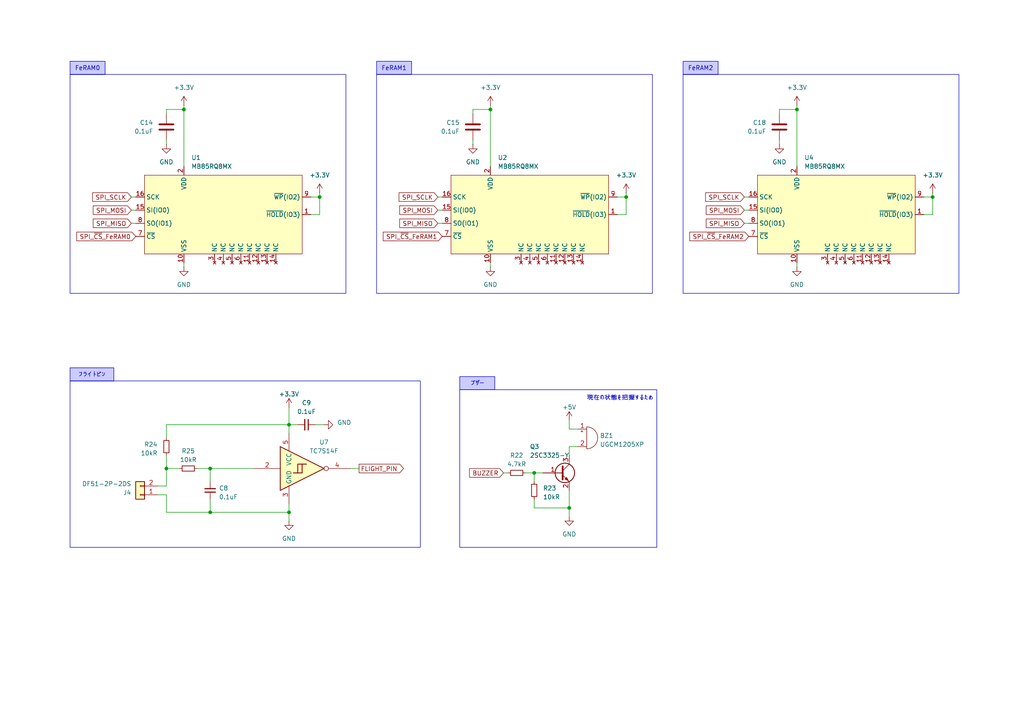
<source format=kicad_sch>
(kicad_sch (version 20250114) (generator "eeschema") (generator_version "9.0")
  (paper "A4")
  (lib_symbols
    (symbol "+3.3V_1" (power) (pin_numbers (hide yes)) (pin_names (offset 0) (hide yes))
      (property "Value" "+3.3V" (at 0 3.556 0))
      (symbol "+3.3V_1_0_1"
        (polyline (pts (xy -0.762 1.27) (xy 0 2.54)))
        (polyline (pts (xy 0 2.54) (xy 0.762 1.27)))
        (polyline (pts (xy 0 0) (xy 0 2.54)))
      )
      (symbol "+3.3V_1_1_1"
        (pin power_in line (at 0 0 90) (length 0) (name "~") (number "1"))
      )
    )
    (symbol "74xGxx:74AHC1G14"
      (property "Reference" "U" (at -2.54 3.81 0))
      (property "Value" "74AHC1G14" (at 0 -3.81 0))
      (symbol "74AHC1G14_0_1"
        (polyline (pts (xy -7.62 6.35) (xy -7.62 -6.35) (xy 5.08 0) (xy -7.62 6.35)) (stroke (width 0.254)) (fill (type background)))
        (polyline (pts (xy -3.81 -1.27) (xy -2.54 -1.27) (xy -2.54 1.27) (xy 0 1.27)) (stroke (width 0.254)) (fill (type background)))
        (polyline (pts (xy -2.54 -1.27) (xy -1.27 -1.27) (xy -1.27 1.27)) (stroke (width 0.254)) (fill (type background)))
      )
      (symbol "74AHC1G14_1_1"
        (pin input line (at -15.24 0 0) (length 7.62) (name "~") (number "2"))
        (pin power_in line (at -5.08 10.16 270) (length 5.08) (name "VCC") (number "5"))
        (pin power_in line (at -5.08 -10.16 90) (length 5.08) (name "GND") (number "3"))
        (pin output inverted (at 12.7 0 180) (length 7.62) (name "~") (number "4"))
      )
    )
    (symbol "Connector_Generic:Conn_01x02" (pin_names (offset 1.016) (hide yes))
      (property "Reference" "J" (at 0 2.54 0))
      (property "Value" "Conn_01x02" (at 0 -5.08 0))
      (symbol "Conn_01x02_1_1"
        (rectangle (start -1.27 1.27) (end 1.27 -3.81) (stroke (width 0.254)) (fill (type background)))
        (rectangle (start -1.27 0.127) (end 0 -0.127) (stroke (width 0.1524)))
        (rectangle (start -1.27 -2.413) (end 0 -2.667) (stroke (width 0.1524)))
        (pin passive line (at -5.08 0 0) (length 3.81) (name "Pin_1") (number "1"))
        (pin passive line (at -5.08 -2.54 0) (length 3.81) (name "Pin_2") (number "2"))
      )
    )
    (symbol "Device:Buzzer" (pin_names (offset 0.0254) (hide yes))
      (property "Reference" "BZ" (at 3.81 1.27 0))
      (property "Value" "Buzzer" (at 3.81 -1.27 0))
      (symbol "Buzzer_0_1"
        (polyline (pts (xy -1.651 1.905) (xy -1.143 1.905)))
        (polyline (pts (xy -1.397 2.159) (xy -1.397 1.651)))
        (arc (start 0 3.175) (mid 3.1612 0) (end 0 -3.175))
        (polyline (pts (xy 0 3.175) (xy 0 -3.175)))
      )
      (symbol "Buzzer_1_1"
        (pin passive line (at -2.54 2.54 0) (length 2.54) (name "-") (number "1"))
        (pin passive line (at -2.54 -2.54 0) (length 2.54) (name "+") (number "2"))
      )
    )
    (symbol "Device:C" (pin_numbers (hide yes)) (pin_names (offset 0.254))
      (property "Reference" "C" (at 0.635 2.54 0))
      (property "Value" "C" (at 0.635 -2.54 0))
      (symbol "C_0_1"
        (polyline (pts (xy -2.032 0.762) (xy 2.032 0.762)) (stroke (width 0.508)))
        (polyline (pts (xy -2.032 -0.762) (xy 2.032 -0.762)) (stroke (width 0.508)))
      )
      (symbol "C_1_1"
        (pin passive line (at 0 3.81 270) (length 2.794) (name "~") (number "1"))
        (pin passive line (at 0 -3.81 90) (length 2.794) (name "~") (number "2"))
      )
    )
    (symbol "Device:C_Small" (pin_numbers (hide yes)) (pin_names (offset 0.254) (hide yes))
      (property "Reference" "C" (at 0.254 1.778 0))
      (property "Value" "C_Small" (at 0.254 -2.032 0))
      (symbol "C_Small_0_1"
        (polyline (pts (xy -1.524 0.508) (xy 1.524 0.508)) (stroke (width 0.3048)))
        (polyline (pts (xy -1.524 -0.508) (xy 1.524 -0.508)) (stroke (width 0.3302)))
      )
      (symbol "C_Small_1_1"
        (pin passive line (at 0 2.54 270) (length 2.032) (name "~") (number "1"))
        (pin passive line (at 0 -2.54 90) (length 2.032) (name "~") (number "2"))
      )
    )
    (symbol "Device:Q_NPN_BEC" (pin_names (offset 0) (hide yes))
      (property "Reference" "Q" (at 5.08 1.27 0))
      (property "Value" "Q_NPN_BEC" (at 5.08 -1.27 0))
      (symbol "Q_NPN_BEC_0_1"
        (polyline (pts (xy 0.635 1.905) (xy 0.635 -1.905) (xy 0.635 -1.905)) (stroke (width 0.508)))
        (polyline (pts (xy 0.635 0.635) (xy 2.54 2.54)))
        (polyline (pts (xy 0.635 -0.635) (xy 2.54 -2.54) (xy 2.54 -2.54)))
        (circle (center 1.27 0) (radius 2.8194) (stroke (width 0.254)))
        (polyline (pts (xy 1.27 -1.778) (xy 1.778 -1.27) (xy 2.286 -2.286) (xy 1.27 -1.778) (xy 1.27 -1.778)) (fill (type outline)))
      )
      (symbol "Q_NPN_BEC_1_1"
        (pin input line (at -5.08 0 0) (length 5.715) (name "B") (number "1"))
        (pin passive line (at 2.54 5.08 270) (length 2.54) (name "C") (number "3"))
        (pin passive line (at 2.54 -5.08 90) (length 2.54) (name "E") (number "2"))
      )
    )
    (symbol "Device:R_Small" (pin_numbers (hide yes)) (pin_names (offset 0.254) (hide yes))
      (property "Reference" "R" (at 0.762 0.508 0))
      (property "Value" "R_Small" (at 0.762 -1.016 0))
      (symbol "R_Small_0_1"
        (rectangle (start -0.762 1.778) (end 0.762 -1.778) (stroke (width 0.2032)))
      )
      (symbol "R_Small_1_1"
        (pin passive line (at 0 2.54 270) (length 0.762) (name "~") (number "1"))
        (pin passive line (at 0 -2.54 90) (length 0.762) (name "~") (number "2"))
      )
    )
    (symbol "GND_1" (power) (pin_numbers (hide yes)) (pin_names (offset 0) (hide yes))
      (property "Value" "GND" (at 0 -3.81 0))
      (symbol "GND_1_0_1"
        (polyline (pts (xy 0 0) (xy 0 -1.27) (xy 1.27 -1.27) (xy 0 -2.54) (xy -1.27 -1.27) (xy 0 -1.27)))
      )
      (symbol "GND_1_1_1"
        (pin power_in line (at 0 0 270) (length 0) (name "~") (number "1"))
      )
    )
    (symbol "TSRP_IC:MB85RQ8MX"
      (property "Reference" "U4" (at 33.782 4.064 0))
      (property "Value" "MB85RQ8MX" (at 33.782 1.524 0))
      (symbol "MB85RQ8MX_1_1"
        (rectangle (start 0 0) (end 45.72 -22.86) (fill (type background)))
        (pin input line (at -2.54 -6.35 0) (length 2.54) (name "SCK") (number "16"))
        (pin input line (at -2.54 -10.16 0) (length 2.54) (name "SI(IO0)") (number "15"))
        (pin output line (at -2.54 -13.97 0) (length 2.54) (name "SO(IO1)") (number "8"))
        (pin input line (at -2.54 -17.78 0) (length 2.54) (name "~{CS}") (number "7"))
        (pin power_in line (at 11.43 2.54 270) (length 2.54) (name "VDD") (number "2"))
        (pin power_in line (at 11.43 -25.4 90) (length 2.54) (name "VSS") (number "10"))
        (pin no_connect line (at 20.32 -25.4 90) (length 2.54) (name "NC") (number "3"))
        (pin no_connect line (at 22.86 -25.4 90) (length 2.54) (name "NC") (number "4"))
        (pin no_connect line (at 25.4 -25.4 90) (length 2.54) (name "NC") (number "5"))
        (pin no_connect line (at 27.94 -25.4 90) (length 2.54) (name "NC") (number "6"))
        (pin no_connect line (at 30.48 -25.4 90) (length 2.54) (name "NC") (number "11"))
        (pin no_connect line (at 33.02 -25.4 90) (length 2.54) (name "NC") (number "12"))
        (pin no_connect line (at 35.56 -25.4 90) (length 2.54) (name "NC") (number "13"))
        (pin no_connect line (at 38.1 -25.4 90) (length 2.54) (name "NC") (number "14"))
        (pin input line (at 48.26 -6.35 180) (length 2.54) (name "~{WP}(IO2)") (number "9"))
        (pin input line (at 48.26 -11.43 180) (length 2.54) (name "~{HOLD}(IO3)") (number "1"))
      )
    )
    (symbol "power:+3.3V" (power) (pin_names (offset 0))
      (property "Value" "+3.3V" (at 0 3.556 0))
      (symbol "+3.3V_0_1"
        (polyline (pts (xy -0.762 1.27) (xy 0 2.54)))
        (polyline (pts (xy 0 2.54) (xy 0.762 1.27)))
        (polyline (pts (xy 0 0) (xy 0 2.54)))
      )
      (symbol "+3.3V_1_1"
        (pin power_in line (at 0 0 90) (length 0) (hide yes) (name "+3.3V") (number "1"))
      )
    )
    (symbol "power:+5V" (power) (pin_names (offset 0))
      (property "Value" "+5V" (at 0 3.556 0))
      (symbol "+5V_0_1"
        (polyline (pts (xy -0.762 1.27) (xy 0 2.54)))
        (polyline (pts (xy 0 2.54) (xy 0.762 1.27)))
        (polyline (pts (xy 0 0) (xy 0 2.54)))
      )
      (symbol "+5V_1_1"
        (pin power_in line (at 0 0 90) (length 0) (hide yes) (name "+5V") (number "1"))
      )
    )
    (symbol "power:GND" (power) (pin_names (offset 0))
      (property "Value" "GND" (at 0 -3.81 0))
      (symbol "GND_0_1"
        (polyline (pts (xy 0 0) (xy 0 -1.27) (xy 1.27 -1.27) (xy 0 -2.54) (xy -1.27 -1.27) (xy 0 -1.27)))
      )
      (symbol "GND_1_1"
        (pin power_in line (at 0 0 270) (length 0) (hide yes) (name "GND") (number "1"))
      )
    )
  )
  (rectangle (start 198.12 21.59) (end 278.13 85.09))
  (rectangle (start 109.22 21.59) (end 189.23 85.09))
  (rectangle (start 133.35 113.03) (end 190.5 158.75))
  (rectangle (start 20.32 21.59) (end 100.33 85.09))
  (rectangle (start 20.32 110.49) (end 121.92 158.75))
  (text "現在の状態を把握するため" (at 179.832 115.57 0) (effects (font (size 1.27 1.27))))
  (text_box "FeRAM2" (at 198.12 17.78 0) (size 10.16 3.81) (margins 0.9525 0.9525 0.9525 0.9525) (fill (type color) (color 0 0 255 0.2)) (effects (font (size 1.27 1.27))))
  (text_box "FeRAM0" (at 20.32 17.78 0) (size 10.16 3.81) (margins 0.9525 0.9525 0.9525 0.9525) (fill (type color) (color 0 0 255 0.2)) (effects (font (size 1.27 1.27))))
  (text_box "FeRAM1" (at 109.22 17.78 0) (size 10.16 3.81) (margins 0.9525 0.9525 0.9525 0.9525) (fill (type color) (color 0 0 255 0.2)) (effects (font (size 1.27 1.27))))
  (text_box "ブザー" (at 133.35 109.22 0) (size 10.16 3.81) (margins 0.9525 0.9525 0.9525 0.9525) (fill (type color) (color 0 0 255 0.2)) (effects (font (size 1.27 1.27))))
  (text_box "フライトピン" (at 20.32 106.68 0) (size 12.7 3.81) (margins 0.9525 0.9525 0.9525 0.9525) (fill (type color) (color 0 0 255 0.2)) (effects (font (size 1.27 1.27))))
  (junction (at 165.1 147.32))
  (junction (at 92.71 57.15))
  (junction (at 181.61 57.15))
  (junction (at 142.24 31.75))
  (junction (at 60.96 135.89))
  (junction (at 83.82 148.59))
  (junction (at 83.82 123.19))
  (junction (at 270.51 57.15))
  (junction (at 60.96 148.59))
  (junction (at 231.14 31.75))
  (junction (at 154.94 137.16))
  (junction (at 48.26 135.89))
  (junction (at 53.34 31.75))
  (wire (pts (xy 48.26 40.64) (xy 48.26 41.91)))
  (wire (pts (xy 137.16 33.02) (xy 137.16 31.75)))
  (wire (pts (xy 152.4 137.16) (xy 154.94 137.16)))
  (wire (pts (xy 267.97 62.23) (xy 270.51 62.23)))
  (wire (pts (xy 270.51 62.23) (xy 270.51 57.15)))
  (wire (pts (xy 215.9 64.77) (xy 217.17 64.77)))
  (wire (pts (xy 86.36 123.19) (xy 83.82 123.19)))
  (wire (pts (xy 231.14 30.48) (xy 231.14 31.75)))
  (wire (pts (xy 142.24 31.75) (xy 142.24 48.26)))
  (wire (pts (xy 83.82 148.59) (xy 83.82 151.13)))
  (wire (pts (xy 165.1 129.54) (xy 165.1 132.08)))
  (wire (pts (xy 57.15 135.89) (xy 60.96 135.89)))
  (wire (pts (xy 179.07 57.15) (xy 181.61 57.15)))
  (wire (pts (xy 215.9 60.96) (xy 217.17 60.96)))
  (wire (pts (xy 38.1 60.96) (xy 39.37 60.96)))
  (wire (pts (xy 167.64 129.54) (xy 165.1 129.54)))
  (wire (pts (xy 92.71 62.23) (xy 92.71 57.15)))
  (wire (pts (xy 48.26 31.75) (xy 53.34 31.75)))
  (wire (pts (xy 142.24 30.48) (xy 142.24 31.75)))
  (wire (pts (xy 48.26 33.02) (xy 48.26 31.75)))
  (wire (pts (xy 270.51 57.15) (xy 270.51 55.88)))
  (wire (pts (xy 146.05 137.16) (xy 147.32 137.16)))
  (wire (pts (xy 83.82 146.05) (xy 83.82 148.59)))
  (wire (pts (xy 137.16 31.75) (xy 142.24 31.75)))
  (wire (pts (xy 231.14 31.75) (xy 231.14 48.26)))
  (wire (pts (xy 45.72 140.97) (xy 48.26 140.97)))
  (wire (pts (xy 165.1 149.86) (xy 165.1 147.32)))
  (wire (pts (xy 137.16 40.64) (xy 137.16 41.91)))
  (wire (pts (xy 48.26 135.89) (xy 48.26 140.97)))
  (wire (pts (xy 226.06 40.64) (xy 226.06 41.91)))
  (wire (pts (xy 157.48 137.16) (xy 154.94 137.16)))
  (wire (pts (xy 142.24 76.2) (xy 142.24 77.47)))
  (wire (pts (xy 48.26 132.08) (xy 48.26 135.89)))
  (wire (pts (xy 165.1 124.46) (xy 167.64 124.46)))
  (wire (pts (xy 226.06 31.75) (xy 231.14 31.75)))
  (wire (pts (xy 93.98 123.19) (xy 91.44 123.19)))
  (wire (pts (xy 53.34 31.75) (xy 53.34 48.26)))
  (wire (pts (xy 48.26 143.51) (xy 45.72 143.51)))
  (wire (pts (xy 127 60.96) (xy 128.27 60.96)))
  (wire (pts (xy 92.71 57.15) (xy 92.71 55.88)))
  (wire (pts (xy 165.1 147.32) (xy 154.94 147.32)))
  (wire (pts (xy 53.34 30.48) (xy 53.34 31.75)))
  (wire (pts (xy 127 57.15) (xy 128.27 57.15)))
  (wire (pts (xy 165.1 142.24) (xy 165.1 147.32)))
  (wire (pts (xy 215.9 57.15) (xy 217.17 57.15)))
  (wire (pts (xy 154.94 147.32) (xy 154.94 144.78)))
  (wire (pts (xy 48.26 123.19) (xy 83.82 123.19)))
  (wire (pts (xy 60.96 144.78) (xy 60.96 148.59)))
  (wire (pts (xy 38.1 64.77) (xy 39.37 64.77)))
  (wire (pts (xy 101.6 135.89) (xy 104.14 135.89)))
  (wire (pts (xy 48.26 148.59) (xy 60.96 148.59)))
  (wire (pts (xy 226.06 33.02) (xy 226.06 31.75)))
  (wire (pts (xy 48.26 135.89) (xy 52.07 135.89)))
  (wire (pts (xy 83.82 118.11) (xy 83.82 123.19)))
  (wire (pts (xy 127 64.77) (xy 128.27 64.77)))
  (wire (pts (xy 48.26 123.19) (xy 48.26 127)))
  (wire (pts (xy 90.17 57.15) (xy 92.71 57.15)))
  (wire (pts (xy 83.82 123.19) (xy 83.82 125.73)))
  (wire (pts (xy 60.96 148.59) (xy 83.82 148.59)))
  (wire (pts (xy 90.17 62.23) (xy 92.71 62.23)))
  (wire (pts (xy 267.97 57.15) (xy 270.51 57.15)))
  (wire (pts (xy 60.96 135.89) (xy 73.66 135.89)))
  (wire (pts (xy 179.07 62.23) (xy 181.61 62.23)))
  (wire (pts (xy 48.26 143.51) (xy 48.26 148.59)))
  (wire (pts (xy 231.14 76.2) (xy 231.14 77.47)))
  (wire (pts (xy 165.1 121.92) (xy 165.1 124.46)))
  (wire (pts (xy 154.94 137.16) (xy 154.94 139.7)))
  (wire (pts (xy 38.1 57.15) (xy 39.37 57.15)))
  (wire (pts (xy 60.96 135.89) (xy 60.96 139.7)))
  (wire (pts (xy 53.34 76.2) (xy 53.34 77.47)))
  (wire (pts (xy 181.61 57.15) (xy 181.61 55.88)))
  (wire (pts (xy 181.61 62.23) (xy 181.61 57.15)))
  (global_label "BUZZER" (shape input) (at 146.05 137.16 180) (property "Intersheetrefs" "${INTERSHEET_REFS}" (effects (hide yes))))
  (global_label "SPI_MOSI" (shape input) (at 127 60.96 180) (property "Intersheetrefs" "${INTERSHEET_REFS}" (effects (hide yes))))
  (global_label "SPI_MOSI" (shape input) (at 38.1 60.96 180) (property "Intersheetrefs" "${INTERSHEET_REFS}" (effects (hide yes))))
  (global_label "SPI_SCLK" (shape input) (at 215.9 57.15 180) (property "Intersheetrefs" "${INTERSHEET_REFS}" (effects (hide yes))))
  (global_label "SPI_SCLK" (shape input) (at 127 57.15 180) (property "Intersheetrefs" "${INTERSHEET_REFS}" (effects (hide yes))))
  (global_label "SPI_MISO" (shape input) (at 127 64.77 180) (property "Intersheetrefs" "${INTERSHEET_REFS}" (effects (hide yes))))
  (global_label "SPI_MISO" (shape input) (at 38.1 64.77 180) (property "Intersheetrefs" "${INTERSHEET_REFS}" (effects (hide yes))))
  (global_label "SPI_MOSI" (shape input) (at 215.9 60.96 180) (property "Intersheetrefs" "${INTERSHEET_REFS}" (effects (hide yes))))
  (global_label "SPI_~{CS}_FeRAM0" (shape input) (at 39.37 68.58 180) (property "Intersheetrefs" "${INTERSHEET_REFS}" (effects (hide yes))))
  (global_label "SPI_SCLK" (shape input) (at 38.1 57.15 180) (property "Intersheetrefs" "${INTERSHEET_REFS}" (effects (hide yes))))
  (global_label "SPI_~{CS}_FeRAM2" (shape input) (at 217.17 68.58 180) (property "Intersheetrefs" "${INTERSHEET_REFS}" (effects (hide yes))))
  (global_label "SPI_~{CS}_FeRAM1" (shape input) (at 128.27 68.58 180) (property "Intersheetrefs" "${INTERSHEET_REFS}" (effects (hide yes))))
  (global_label "SPI_MISO" (shape input) (at 215.9 64.77 180) (property "Intersheetrefs" "${INTERSHEET_REFS}" (effects (hide yes))))
  (global_label "FLIGHT_PIN" (shape output) (at 104.14 135.89 0) (property "Intersheetrefs" "${INTERSHEET_REFS}" (effects (hide yes))))
  (symbol (lib_name "GND_1") (lib_id "power:GND") (at 142.24 77.47 0) (unit 1)
    (property "Reference" "#PWR046" (effects (hide yes)))
    (property "Value" "GND" (at 142.24 82.55 0))
    (property "Description" "Power symbol creates a global label with name \"GND\" , ground" (effects (hide yes)))
  )
  (symbol (lib_name "+3.3V_1") (lib_id "power:+3.3V") (at 270.51 55.88 0) (unit 1)
    (property "Reference" "#PWR063" (effects (hide yes)))
    (property "Value" "+3.3V" (at 270.51 50.8 0))
    (property "Description" "Power symbol creates a global label with name \"+3.3V\"" (effects (hide yes)))
  )
  (symbol (lib_name "GND_1") (lib_id "power:GND") (at 231.14 77.47 0) (unit 1)
    (property "Reference" "#PWR062" (effects (hide yes)))
    (property "Value" "GND" (at 231.14 82.55 0))
    (property "Description" "Power symbol creates a global label with name \"GND\" , ground" (effects (hide yes)))
  )
  (symbol (lib_name "+3.3V_1") (lib_id "power:+3.3V") (at 142.24 30.48 0) (unit 1)
    (property "Reference" "#PWR045" (effects (hide yes)))
    (property "Value" "+3.3V" (at 142.24 25.4 0))
    (property "Description" "Power symbol creates a global label with name \"+3.3V\"" (effects (hide yes)))
  )
  (symbol (lib_name "+3.3V_1") (lib_id "power:+3.3V") (at 92.71 55.88 0) (unit 1)
    (property "Reference" "#PWR038" (effects (hide yes)))
    (property "Value" "+3.3V" (at 92.71 50.8 0))
    (property "Description" "Power symbol creates a global label with name \"+3.3V\"" (effects (hide yes)))
  )
  (symbol (lib_id "power:GND") (at 165.1 149.86 0) (mirror y) (unit 1)
    (property "Reference" "#PWR040" (effects (hide yes)))
    (property "Value" "GND" (at 165.1 154.94 0))
  )
  (symbol (lib_name "GND_1") (lib_id "power:GND") (at 48.26 41.91 0) (unit 1)
    (property "Reference" "#PWR036" (effects (hide yes)))
    (property "Value" "GND" (at 48.26 46.99 0))
    (property "Description" "Power symbol creates a global label with name \"GND\" , ground" (effects (hide yes)))
  )
  (symbol (lib_id "Device:R_Small") (at 154.94 142.24 180) (unit 1)
    (property "Reference" "R23" (at 157.48 141.605 0) (effects (justify right)))
    (property "Value" "10kR" (at 157.48 144.145 0) (effects (justify right)))
    (property "Footprint" "Resistor_SMD:R_0603_1608Metric_Pad0.98x0.95mm_HandSolder" (effects (hide yes)))
    (property "Datasheet" "https://www.chip1stop.com/view/dispDetail/DispDetail?partId=ROHM-0021098" (effects (hide yes)))
  )
  (symbol (lib_name "+3.3V_1") (lib_id "power:+3.3V") (at 231.14 30.48 0) (unit 1)
    (property "Reference" "#PWR061" (effects (hide yes)))
    (property "Value" "+3.3V" (at 231.14 25.4 0))
    (property "Description" "Power symbol creates a global label with name \"+3.3V\"" (effects (hide yes)))
  )
  (symbol (lib_id "Device:Buzzer") (at 170.18 127 0) (unit 1)
    (property "Reference" "BZ1" (at 173.99 126.365 0) (effects (justify left)))
    (property "Value" "UGCM1205XP" (at 173.99 128.905 0) (effects (justify left)))
    (property "Footprint" "Buzzer_Beeper:Buzzer_12x9.5RM7.6" (effects (hide yes)))
    (property "Datasheet" "https://akizukidenshi.com/catalog/g/gP-09800/" (effects (hide yes)))
  )
  (symbol (lib_id "Device:R_Small") (at 149.86 137.16 90) (unit 1)
    (property "Reference" "R22" (at 149.86 132.08 90))
    (property "Value" "4.7kR" (at 149.86 134.62 90))
    (property "Footprint" "Resistor_SMD:R_0603_1608Metric_Pad0.98x0.95mm_HandSolder" (effects (hide yes)))
    (property "Datasheet" "https://www.chip1stop.com/view/dispDetail/DispDetail?partId=ROHM-0040161" (effects (hide yes)))
  )
  (symbol (lib_id "Device:C_Small") (at 60.96 142.24 180) (unit 1)
    (property "Reference" "C8" (at 63.5 141.5986 0) (effects (justify right)))
    (property "Value" "0.1uF" (at 63.5 144.1386 0) (effects (justify right)))
    (property "Footprint" "Capacitor_SMD:C_0603_1608Metric_Pad1.08x0.95mm_HandSolder" (effects (hide yes)))
    (property "Datasheet" "https://akizukidenshi.com/catalog/g/gP-16143/" (effects (hide yes)))
  )
  (symbol (lib_id "Device:C_Small") (at 88.9 123.19 270) (unit 1)
    (property "Reference" "C9" (at 88.9 116.84 90))
    (property "Value" "0.1uF" (at 88.9 119.38 90))
    (property "Footprint" "Capacitor_SMD:C_0603_1608Metric_Pad1.08x0.95mm_HandSolder" (effects (hide yes)))
    (property "Datasheet" "https://akizukidenshi.com/catalog/g/gP-16143/" (effects (hide yes)))
  )
  (symbol (lib_id "power:GND") (at 83.82 151.13 0) (unit 1)
    (property "Reference" "#PWR042" (effects (hide yes)))
    (property "Value" "GND" (at 83.82 156.21 0))
  )
  (symbol (lib_id "Connector_Generic:Conn_01x02") (at 40.64 143.51 180) (unit 1)
    (property "Reference" "J4" (at 38.1 142.875 0) (effects (justify left)))
    (property "Value" "DF51-2P-2DS" (at 38.1 140.335 0) (effects (justify left)))
    (property "Footprint" "TSRP_Connector_Hirose:DF51-2P-2DS" (effects (hide yes)))
    (property "Datasheet" "https://www.hirose.com/ja/product/p/CL0541-0242-6-01" (effects (hide yes)))
  )
  (symbol (lib_id "TSRP_IC:MB85RQ8MX") (at 219.71 50.8 0) (unit 1)
    (property "Reference" "U4" (at 233.2833 45.72 0) (effects (justify left)))
    (property "Value" "MB85RQ8MX" (at 233.2833 48.26 0) (effects (justify left)))
    (property "Footprint" "Package_SO:SOIC-16W_7.5x10.3mm_P1.27mm" (effects (hide yes)))
  )
  (symbol (lib_id "Device:Q_NPN_BEC") (at 162.56 137.16 0) (unit 1)
    (property "Reference" "Q3" (at 153.67 129.54 0) (effects (justify left)))
    (property "Value" "2SC3325-Y" (at 153.67 132.08 0) (effects (justify left)))
    (property "Footprint" "Package_TO_SOT_SMD:SC-59_Handsoldering" (effects (hide yes)))
    (property "Datasheet" "https://akizukidenshi.com/catalog/g/gI-00628/" (effects (hide yes)))
  )
  (symbol (lib_name "GND_1") (lib_id "power:GND") (at 137.16 41.91 0) (unit 1)
    (property "Reference" "#PWR044" (effects (hide yes)))
    (property "Value" "GND" (at 137.16 46.99 0))
    (property "Description" "Power symbol creates a global label with name \"GND\" , ground" (effects (hide yes)))
  )
  (symbol (lib_id "power:+5V") (at 165.1 121.92 0) (unit 1)
    (property "Reference" "#PWR039" (effects (hide yes)))
    (property "Value" "+5V" (at 165.1 118.11 0))
  )
  (symbol (lib_id "Device:C") (at 48.26 36.83 0) (mirror y) (unit 1)
    (property "Reference" "C14" (at 44.45 35.5599 0) (effects (justify left)))
    (property "Value" "0.1uF" (at 44.45 38.0999 0) (effects (justify left)))
    (property "Footprint" "Capacitor_SMD:C_0603_1608Metric_Pad1.08x0.95mm_HandSolder" (effects (hide yes)))
    (property "Description" "Unpolarized capacitor" (effects (hide yes)))
  )
  (symbol (lib_id "TSRP_IC:MB85RQ8MX") (at 41.91 50.8 0) (unit 1)
    (property "Reference" "U1" (at 55.4833 45.72 0) (effects (justify left)))
    (property "Value" "MB85RQ8MX" (at 55.4833 48.26 0) (effects (justify left)))
    (property "Footprint" "Package_SO:SOIC-16W_7.5x10.3mm_P1.27mm" (effects (hide yes)))
  )
  (symbol (lib_id "TSRP_IC:MB85RQ8MX") (at 130.81 50.8 0) (unit 1)
    (property "Reference" "U2" (at 144.3833 45.72 0) (effects (justify left)))
    (property "Value" "MB85RQ8MX" (at 144.3833 48.26 0) (effects (justify left)))
    (property "Footprint" "Package_SO:SOIC-16W_7.5x10.3mm_P1.27mm" (effects (hide yes)))
  )
  (symbol (lib_id "power:+3.3V") (at 83.82 118.11 0) (unit 1)
    (property "Reference" "#PWR041" (effects (hide yes)))
    (property "Value" "+3.3V" (at 83.82 114.3 0))
  )
  (symbol (lib_name "GND_1") (lib_id "power:GND") (at 226.06 41.91 0) (unit 1)
    (property "Reference" "#PWR060" (effects (hide yes)))
    (property "Value" "GND" (at 226.06 46.99 0))
    (property "Description" "Power symbol creates a global label with name \"GND\" , ground" (effects (hide yes)))
  )
  (symbol (lib_id "power:GND") (at 93.98 123.19 90) (unit 1)
    (property "Reference" "#PWR043" (effects (hide yes)))
    (property "Value" "GND" (at 97.79 122.555 90) (effects (justify right)))
    (instances (project "FlightModule" (path "" (reference "#PWR043") (unit 1))) (project "SystemData" (path "" (reference "#PWR06") (unit 1))))
  )
  (symbol (lib_name "+3.3V_1") (lib_id "power:+3.3V") (at 181.61 55.88 0) (unit 1)
    (property "Reference" "#PWR047" (effects (hide yes)))
    (property "Value" "+3.3V" (at 181.61 50.8 0))
    (property "Description" "Power symbol creates a global label with name \"+3.3V\"" (effects (hide yes)))
  )
  (symbol (lib_id "Device:C") (at 226.06 36.83 0) (mirror y) (unit 1)
    (property "Reference" "C18" (at 222.25 35.5599 0) (effects (justify left)))
    (property "Value" "0.1uF" (at 222.25 38.0999 0) (effects (justify left)))
    (property "Footprint" "Capacitor_SMD:C_0603_1608Metric_Pad1.08x0.95mm_HandSolder" (effects (hide yes)))
    (property "Description" "Unpolarized capacitor" (effects (hide yes)))
  )
  (symbol (lib_id "Device:R_Small") (at 48.26 129.54 0) (mirror x) (unit 1)
    (property "Reference" "R24" (at 45.72 128.905 0) (effects (justify right)))
    (property "Value" "10kR" (at 45.72 131.445 0) (effects (justify right)))
    (property "Footprint" "Resistor_SMD:R_0603_1608Metric_Pad0.98x0.95mm_HandSolder" (effects (hide yes)))
    (property "Datasheet" "https://www.chip1stop.com/view/dispDetail/DispDetail?partId=ROHM-0021098" (effects (hide yes)))
  )
  (symbol (lib_id "Device:C") (at 137.16 36.83 0) (mirror y) (unit 1)
    (property "Reference" "C15" (at 133.35 35.5599 0) (effects (justify left)))
    (property "Value" "0.1uF" (at 133.35 38.0999 0) (effects (justify left)))
    (property "Footprint" "Capacitor_SMD:C_0603_1608Metric_Pad1.08x0.95mm_HandSolder" (effects (hide yes)))
    (property "Description" "Unpolarized capacitor" (effects (hide yes)))
  )
  (symbol (lib_id "Device:R_Small") (at 54.61 135.89 90) (unit 1)
    (property "Reference" "R25" (at 54.61 130.81 90))
    (property "Value" "10kR" (at 54.61 133.35 90))
    (property "Footprint" "Resistor_SMD:R_0603_1608Metric_Pad0.98x0.95mm_HandSolder" (effects (hide yes)))
    (property "Datasheet" "https://www.chip1stop.com/view/dispDetail/DispDetail?partId=ROHM-0021098" (effects (hide yes)))
  )
  (symbol (lib_name "GND_1") (lib_id "power:GND") (at 53.34 77.47 0) (unit 1)
    (property "Reference" "#PWR037" (effects (hide yes)))
    (property "Value" "GND" (at 53.34 82.55 0))
    (property "Description" "Power symbol creates a global label with name \"GND\" , ground" (effects (hide yes)))
  )
  (symbol (lib_name "+3.3V_1") (lib_id "power:+3.3V") (at 53.34 30.48 0) (unit 1)
    (property "Reference" "#PWR020" (effects (hide yes)))
    (property "Value" "+3.3V" (at 53.34 25.4 0))
    (property "Description" "Power symbol creates a global label with name \"+3.3V\"" (effects (hide yes)))
  )
  (symbol (lib_id "74xGxx:74AHC1G14") (at 88.9 135.89 0) (unit 1)
    (property "Reference" "U7" (at 93.98 128.27 0))
    (property "Value" "TC7S14F" (at 93.98 130.81 0))
    (property "Footprint" "Package_TO_SOT_SMD:TSOT-23-5_HandSoldering" (effects (hide yes)))
    (property "Datasheet" "https://akizukidenshi.com/catalog/g/gI-14737/" (effects (hide yes)))
  )
)
</source>
